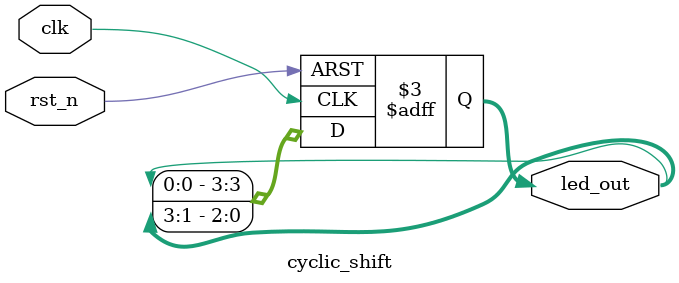
<source format=v>
module cyclic_shift(
		    clk,
		    rst_n,
		    led_out
		    );
   input clk;
   input rst_n;

   output reg [3:0] led_out;

   always@(posedge clk or negedge rst_n)
     begin
	if (!rst_n)
	  begin
	     led_out <= 4'b0111;
	  end
	else
	  begin
	     led_out <= {led_out[0], led_out[3:1]};
	  end
     end // always@ (posedge clk or negedge rst_n)
endmodule

</source>
